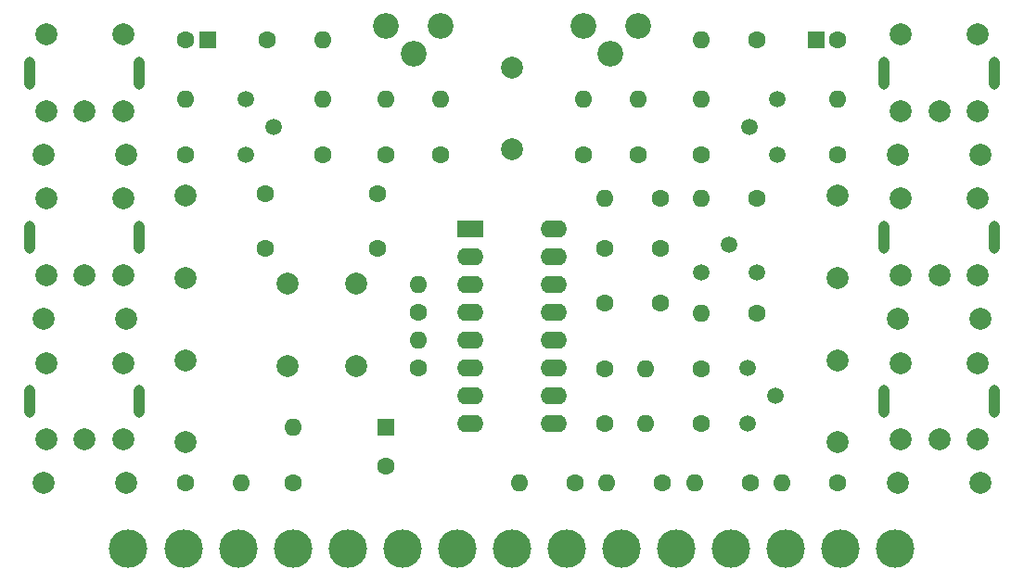
<source format=gbs>
G04 #@! TF.GenerationSoftware,KiCad,Pcbnew,(6.0.10)*
G04 #@! TF.CreationDate,2023-06-11T02:10:44+02:00*
G04 #@! TF.ProjectId,Stereo-Decoder-Modul,53746572-656f-42d4-9465-636f6465722d,rev?*
G04 #@! TF.SameCoordinates,Original*
G04 #@! TF.FileFunction,Soldermask,Bot*
G04 #@! TF.FilePolarity,Negative*
%FSLAX46Y46*%
G04 Gerber Fmt 4.6, Leading zero omitted, Abs format (unit mm)*
G04 Created by KiCad (PCBNEW (6.0.10)) date 2023-06-11 02:10:44*
%MOMM*%
%LPD*%
G01*
G04 APERTURE LIST*
%ADD10C,1.600000*%
%ADD11O,1.600000X1.600000*%
%ADD12C,3.500000*%
%ADD13C,2.000000*%
%ADD14O,1.000000X3.000000*%
%ADD15R,1.600000X1.600000*%
%ADD16C,1.500000*%
%ADD17R,2.400000X1.600000*%
%ADD18O,2.400000X1.600000*%
%ADD19C,2.340000*%
G04 APERTURE END LIST*
D10*
X99000000Y-60750000D03*
D11*
X99000000Y-55670000D03*
D12*
X127500000Y-96750000D03*
X122500000Y-96750000D03*
X117500000Y-96750000D03*
X112500000Y-96750000D03*
X107500000Y-96750000D03*
X102500000Y-96750000D03*
X97500000Y-96750000D03*
X92500000Y-96750000D03*
X87500000Y-96750000D03*
X82500000Y-96750000D03*
X77500000Y-96750000D03*
X72500000Y-96750000D03*
X67500000Y-96750000D03*
X62500000Y-96750000D03*
X57500000Y-96750000D03*
D10*
X84000000Y-75120000D03*
D11*
X84000000Y-72580000D03*
D10*
X109765000Y-80280000D03*
D11*
X104685000Y-80280000D03*
D10*
X80250000Y-69250000D03*
X80250000Y-64250000D03*
X62750000Y-90750000D03*
D11*
X67830000Y-90750000D03*
D10*
X86000000Y-60750000D03*
D11*
X86000000Y-55670000D03*
D13*
X72000000Y-80000000D03*
X72000000Y-72500000D03*
X128000000Y-71750000D03*
X135000000Y-71750000D03*
X131500000Y-71750000D03*
X128000000Y-64750000D03*
X135000000Y-64750000D03*
D14*
X136500000Y-68250000D03*
X126500000Y-68250000D03*
D10*
X75250000Y-60750000D03*
D11*
X75250000Y-55670000D03*
D10*
X114830000Y-50250000D03*
D11*
X109750000Y-50250000D03*
D10*
X114250000Y-90750000D03*
D11*
X109170000Y-90750000D03*
D10*
X106250000Y-90750000D03*
D11*
X101170000Y-90750000D03*
D15*
X120250000Y-50250000D03*
D10*
X122250000Y-50250000D03*
D13*
X62750000Y-79500000D03*
X62750000Y-87000000D03*
D10*
X81000000Y-60750000D03*
D11*
X81000000Y-55670000D03*
D16*
X114000000Y-80210000D03*
X116540000Y-82750000D03*
X114000000Y-85290000D03*
D13*
X127750000Y-75750000D03*
X135250000Y-75750000D03*
D10*
X109765000Y-85250000D03*
D11*
X104685000Y-85250000D03*
D13*
X127750000Y-90750000D03*
X135250000Y-90750000D03*
D17*
X88675000Y-67500000D03*
D18*
X88675000Y-70040000D03*
X88675000Y-72580000D03*
X88675000Y-75120000D03*
X88675000Y-77660000D03*
X88675000Y-80200000D03*
X88675000Y-82740000D03*
X88675000Y-85280000D03*
X96295000Y-85280000D03*
X96295000Y-82740000D03*
X96295000Y-80200000D03*
X96295000Y-77660000D03*
X96295000Y-75120000D03*
X96295000Y-72580000D03*
X96295000Y-70040000D03*
X96295000Y-67500000D03*
D13*
X122250000Y-87000000D03*
X122250000Y-79500000D03*
D19*
X104000000Y-49000000D03*
X101500000Y-51500000D03*
X99000000Y-49000000D03*
D10*
X62750000Y-60750000D03*
D11*
X62750000Y-55670000D03*
D10*
X72500000Y-90750000D03*
D11*
X72500000Y-85670000D03*
D13*
X128000000Y-86750000D03*
X135000000Y-86750000D03*
X131500000Y-86750000D03*
X128000000Y-79750000D03*
X135000000Y-79750000D03*
D14*
X136500000Y-83250000D03*
X126500000Y-83250000D03*
D16*
X68250000Y-55670000D03*
X70790000Y-58210000D03*
X68250000Y-60750000D03*
D10*
X109750000Y-60750000D03*
D11*
X109750000Y-55670000D03*
D10*
X98250000Y-90750000D03*
D11*
X93170000Y-90750000D03*
D10*
X70000000Y-69250000D03*
X70000000Y-64250000D03*
D15*
X81000000Y-85670000D03*
D10*
X81000000Y-89170000D03*
D13*
X50000000Y-56750000D03*
X57000000Y-56750000D03*
X53500000Y-56750000D03*
X50000000Y-49750000D03*
X57000000Y-49750000D03*
D14*
X58500000Y-53250000D03*
X48500000Y-53250000D03*
D13*
X127750000Y-60750000D03*
X135250000Y-60750000D03*
X128000000Y-56750000D03*
X135000000Y-56750000D03*
X131500000Y-56750000D03*
X128000000Y-49750000D03*
X135000000Y-49750000D03*
D14*
X126500000Y-53250000D03*
X136500000Y-53250000D03*
D10*
X106065000Y-69250000D03*
X106065000Y-74250000D03*
D13*
X49750000Y-75750000D03*
X57250000Y-75750000D03*
D10*
X106065000Y-64750000D03*
D11*
X100985000Y-64750000D03*
D19*
X86000000Y-49000000D03*
X83500000Y-51500000D03*
X81000000Y-49000000D03*
D10*
X101000000Y-74250000D03*
X101000000Y-69250000D03*
X122250000Y-60750000D03*
D11*
X122250000Y-55670000D03*
D10*
X114845000Y-75250000D03*
D11*
X109765000Y-75250000D03*
D13*
X62750000Y-64500000D03*
X62750000Y-72000000D03*
D15*
X64750000Y-50250000D03*
D10*
X62750000Y-50250000D03*
X101000000Y-85280000D03*
X101000000Y-80280000D03*
D13*
X92500000Y-60250000D03*
X92500000Y-52750000D03*
D10*
X114845000Y-64750000D03*
D11*
X109765000Y-64750000D03*
D13*
X49750000Y-90750000D03*
X57250000Y-90750000D03*
D16*
X116750000Y-60750000D03*
X114210000Y-58210000D03*
X116750000Y-55670000D03*
D13*
X50000000Y-71750000D03*
X57000000Y-71750000D03*
X53500000Y-71750000D03*
X50000000Y-64750000D03*
X57000000Y-64750000D03*
D14*
X58500000Y-68250000D03*
X48500000Y-68250000D03*
D10*
X122250000Y-90750000D03*
D11*
X117170000Y-90750000D03*
D10*
X84000000Y-80200000D03*
D11*
X84000000Y-77660000D03*
D16*
X109765000Y-71520000D03*
X112305000Y-68980000D03*
X114845000Y-71520000D03*
D10*
X104000000Y-60750000D03*
D11*
X104000000Y-55670000D03*
D10*
X70170000Y-50250000D03*
D11*
X75250000Y-50250000D03*
D13*
X122250000Y-72000000D03*
X122250000Y-64500000D03*
X78250000Y-72500000D03*
X78250000Y-80000000D03*
X50000000Y-86750000D03*
X57000000Y-86750000D03*
X53500000Y-86750000D03*
X50000000Y-79750000D03*
X57000000Y-79750000D03*
D14*
X48500000Y-83250000D03*
X58500000Y-83250000D03*
D13*
X49750000Y-60750000D03*
X57250000Y-60750000D03*
M02*

</source>
